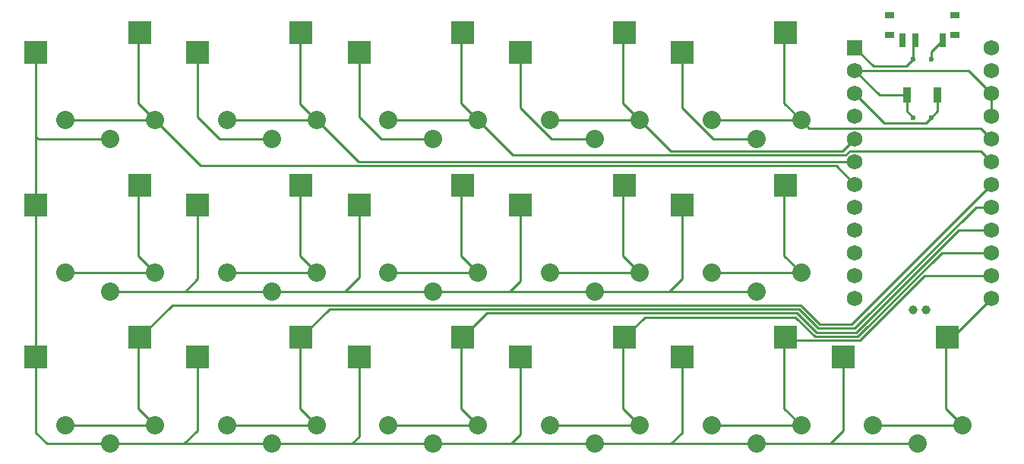
<source format=gbr>
%TF.GenerationSoftware,KiCad,Pcbnew,(6.0.7-1)-1*%
%TF.CreationDate,2022-10-23T13:42:43-07:00*%
%TF.ProjectId,card,63617264-2e6b-4696-9361-645f70636258,v1.0.0*%
%TF.SameCoordinates,Original*%
%TF.FileFunction,Copper,L1,Top*%
%TF.FilePolarity,Positive*%
%FSLAX46Y46*%
G04 Gerber Fmt 4.6, Leading zero omitted, Abs format (unit mm)*
G04 Created by KiCad (PCBNEW (6.0.7-1)-1) date 2022-10-23 13:42:43*
%MOMM*%
%LPD*%
G01*
G04 APERTURE LIST*
%TA.AperFunction,ComponentPad*%
%ADD10C,1.000000*%
%TD*%
%TA.AperFunction,SMDPad,CuDef*%
%ADD11R,1.000000X0.800000*%
%TD*%
%TA.AperFunction,SMDPad,CuDef*%
%ADD12R,0.700000X1.500000*%
%TD*%
%TA.AperFunction,ComponentPad*%
%ADD13C,2.032000*%
%TD*%
%TA.AperFunction,SMDPad,CuDef*%
%ADD14R,2.600000X2.600000*%
%TD*%
%TA.AperFunction,ComponentPad*%
%ADD15C,0.600000*%
%TD*%
%TA.AperFunction,SMDPad,CuDef*%
%ADD16R,0.900000X1.700000*%
%TD*%
%TA.AperFunction,ComponentPad*%
%ADD17R,1.752600X1.752600*%
%TD*%
%TA.AperFunction,ComponentPad*%
%ADD18C,1.752600*%
%TD*%
%TA.AperFunction,Conductor*%
%ADD19C,0.250000*%
%TD*%
G04 APERTURE END LIST*
D10*
%TO.P,,1*%
%TO.N,pos*%
X107450000Y9000000D03*
%TO.P,,2*%
%TO.N,GND*%
X108950000Y9000000D03*
%TD*%
D11*
%TO.P,,*%
%TO.N,*%
X112150000Y41930000D03*
X112150000Y39720000D03*
X104850000Y39720000D03*
X104850000Y41930000D03*
D12*
%TO.P,,1*%
%TO.N,pos*%
X110750000Y39070000D03*
%TO.P,,2*%
%TO.N,RAW*%
X107750000Y39070000D03*
%TO.P,,3*%
%TO.N,N/C*%
X106250000Y39070000D03*
%TD*%
D13*
%TO.P,S24,1*%
%TO.N,P21*%
X77000000Y30200000D03*
X67000000Y30200000D03*
%TO.P,S24,2*%
%TO.N,GND*%
X72000000Y28100000D03*
X72000000Y28100000D03*
%TD*%
D14*
%TO.P,S31,1*%
%TO.N,P9*%
X111275000Y5950000D03*
%TO.P,S31,2*%
%TO.N,GND*%
X99725000Y3750000D03*
%TD*%
D13*
%TO.P,S18,1*%
%TO.N,P3*%
X49000000Y30200000D03*
X59000000Y30200000D03*
%TO.P,S18,2*%
%TO.N,GND*%
X54000000Y28100000D03*
X54000000Y28100000D03*
%TD*%
%TO.P,S6,1*%
%TO.N,P19*%
X13000000Y30200000D03*
X23000000Y30200000D03*
%TO.P,S6,2*%
%TO.N,GND*%
X18000000Y28100000D03*
X18000000Y28100000D03*
%TD*%
D15*
%TO.P,REF\u002A\u002A,1*%
%TO.N,RAW*%
X107500000Y37000000D03*
%TD*%
D14*
%TO.P,S15,1*%
%TO.N,P14*%
X57275000Y22950000D03*
%TO.P,S15,2*%
%TO.N,GND*%
X45725000Y20750000D03*
%TD*%
D13*
%TO.P,S28,1*%
%TO.N,P18*%
X95000000Y13200000D03*
X85000000Y13200000D03*
%TO.P,S28,2*%
%TO.N,GND*%
X90000000Y11100000D03*
X90000000Y11100000D03*
%TD*%
%TO.P,S8,1*%
%TO.N,P5*%
X31000000Y-3800000D03*
X41000000Y-3800000D03*
%TO.P,S8,2*%
%TO.N,GND*%
X36000000Y-5900000D03*
X36000000Y-5900000D03*
%TD*%
D14*
%TO.P,S19,1*%
%TO.N,P7*%
X75275000Y5950000D03*
%TO.P,S19,2*%
%TO.N,GND*%
X63725000Y3750000D03*
%TD*%
%TO.P,S11,1*%
%TO.N,P20*%
X39275000Y39950000D03*
%TO.P,S11,2*%
%TO.N,GND*%
X27725000Y37750000D03*
%TD*%
%TO.P,S7,1*%
%TO.N,P5*%
X39275000Y5950000D03*
%TO.P,S7,2*%
%TO.N,GND*%
X27725000Y3750000D03*
%TD*%
D13*
%TO.P,S22,1*%
%TO.N,P15*%
X67000000Y13200000D03*
X77000000Y13200000D03*
%TO.P,S22,2*%
%TO.N,GND*%
X72000000Y11100000D03*
X72000000Y11100000D03*
%TD*%
D14*
%TO.P,S27,1*%
%TO.N,P18*%
X93275000Y22950000D03*
%TO.P,S27,2*%
%TO.N,GND*%
X81725000Y20750000D03*
%TD*%
%TO.P,S9,1*%
%TO.N,P16*%
X39275000Y22950000D03*
%TO.P,S9,2*%
%TO.N,GND*%
X27725000Y20750000D03*
%TD*%
D13*
%TO.P,S12,1*%
%TO.N,P20*%
X41000000Y30200000D03*
X31000000Y30200000D03*
%TO.P,S12,2*%
%TO.N,GND*%
X36000000Y28100000D03*
X36000000Y28100000D03*
%TD*%
D15*
%TO.P,REF\u002A\u002A,1*%
%TO.N,pos*%
X109500000Y37000000D03*
%TD*%
D16*
%TO.P,,1*%
%TO.N,RST*%
X110200000Y33000000D03*
%TO.P,,2*%
%TO.N,GND*%
X106800000Y33000000D03*
%TD*%
D14*
%TO.P,S17,1*%
%TO.N,P3*%
X57275000Y39950000D03*
%TO.P,S17,2*%
%TO.N,GND*%
X45725000Y37750000D03*
%TD*%
%TO.P,S21,1*%
%TO.N,P15*%
X75275000Y22950000D03*
%TO.P,S21,2*%
%TO.N,GND*%
X63725000Y20750000D03*
%TD*%
%TO.P,S25,1*%
%TO.N,P8*%
X93275000Y5950000D03*
%TO.P,S25,2*%
%TO.N,GND*%
X81725000Y3750000D03*
%TD*%
D13*
%TO.P,S26,1*%
%TO.N,P8*%
X85000000Y-3800000D03*
X95000000Y-3800000D03*
%TO.P,S26,2*%
%TO.N,GND*%
X90000000Y-5900000D03*
X90000000Y-5900000D03*
%TD*%
D14*
%TO.P,S3,1*%
%TO.N,P10*%
X21275000Y22950000D03*
%TO.P,S3,2*%
%TO.N,GND*%
X9725000Y20750000D03*
%TD*%
%TO.P,S5,1*%
%TO.N,P19*%
X21275000Y39950000D03*
%TO.P,S5,2*%
%TO.N,GND*%
X9725000Y37750000D03*
%TD*%
D13*
%TO.P,S2,1*%
%TO.N,P4*%
X23000000Y-3800000D03*
X13000000Y-3800000D03*
%TO.P,S2,2*%
%TO.N,GND*%
X18000000Y-5900000D03*
X18000000Y-5900000D03*
%TD*%
%TO.P,S16,1*%
%TO.N,P14*%
X49000000Y13200000D03*
X59000000Y13200000D03*
%TO.P,S16,2*%
%TO.N,GND*%
X54000000Y11100000D03*
X54000000Y11100000D03*
%TD*%
%TO.P,S30,1*%
%TO.N,P2*%
X85000000Y30200000D03*
X95000000Y30200000D03*
%TO.P,S30,2*%
%TO.N,GND*%
X90000000Y28100000D03*
X90000000Y28100000D03*
%TD*%
%TO.P,S14,1*%
%TO.N,P6*%
X59000000Y-3800000D03*
X49000000Y-3800000D03*
%TO.P,S14,2*%
%TO.N,GND*%
X54000000Y-5900000D03*
X54000000Y-5900000D03*
%TD*%
%TO.P,S4,1*%
%TO.N,P10*%
X23000000Y13200000D03*
X13000000Y13200000D03*
%TO.P,S4,2*%
%TO.N,GND*%
X18000000Y11100000D03*
X18000000Y11100000D03*
%TD*%
%TO.P,S32,1*%
%TO.N,P9*%
X103000000Y-3800000D03*
X113000000Y-3800000D03*
%TO.P,S32,2*%
%TO.N,GND*%
X108000000Y-5900000D03*
X108000000Y-5900000D03*
%TD*%
D15*
%TO.P,REF\u002A\u002A,1*%
%TO.N,GND*%
X107500000Y30500000D03*
%TD*%
D14*
%TO.P,S29,1*%
%TO.N,P2*%
X93275000Y39950000D03*
%TO.P,S29,2*%
%TO.N,GND*%
X81725000Y37750000D03*
%TD*%
%TO.P,S13,1*%
%TO.N,P6*%
X57275000Y5950000D03*
%TO.P,S13,2*%
%TO.N,GND*%
X45725000Y3750000D03*
%TD*%
%TO.P,S23,1*%
%TO.N,P21*%
X75275000Y39950000D03*
%TO.P,S23,2*%
%TO.N,GND*%
X63725000Y37750000D03*
%TD*%
D13*
%TO.P,S20,1*%
%TO.N,P7*%
X77000000Y-3800000D03*
X67000000Y-3800000D03*
%TO.P,S20,2*%
%TO.N,GND*%
X72000000Y-5900000D03*
X72000000Y-5900000D03*
%TD*%
D17*
%TO.P,MCU1,1*%
%TO.N,RAW*%
X100980000Y38270000D03*
D18*
%TO.P,MCU1,2*%
%TO.N,GND*%
X100980000Y35730000D03*
%TO.P,MCU1,3*%
%TO.N,RST*%
X100980000Y33190000D03*
%TO.P,MCU1,4*%
%TO.N,VCC*%
X100980000Y30650000D03*
%TO.P,MCU1,5*%
%TO.N,P21*%
X100980000Y28110000D03*
%TO.P,MCU1,6*%
%TO.N,P20*%
X100980000Y25570000D03*
%TO.P,MCU1,7*%
%TO.N,P19*%
X100980000Y23030000D03*
%TO.P,MCU1,8*%
%TO.N,P18*%
X100980000Y20490000D03*
%TO.P,MCU1,9*%
%TO.N,P15*%
X100980000Y17950000D03*
%TO.P,MCU1,10*%
%TO.N,P14*%
X100980000Y15410000D03*
%TO.P,MCU1,11*%
%TO.N,P16*%
X100980000Y12870000D03*
%TO.P,MCU1,12*%
%TO.N,P10*%
X100980000Y10330000D03*
%TO.P,MCU1,13*%
%TO.N,P1*%
X116220000Y38270000D03*
%TO.P,MCU1,14*%
%TO.N,P0*%
X116220000Y35730000D03*
%TO.P,MCU1,15*%
%TO.N,GND*%
X116220000Y33190000D03*
%TO.P,MCU1,16*%
X116220000Y30650000D03*
%TO.P,MCU1,17*%
%TO.N,P2*%
X116220000Y28110000D03*
%TO.P,MCU1,18*%
%TO.N,P3*%
X116220000Y25570000D03*
%TO.P,MCU1,19*%
%TO.N,P4*%
X116220000Y23030000D03*
%TO.P,MCU1,20*%
%TO.N,P5*%
X116220000Y20490000D03*
%TO.P,MCU1,21*%
%TO.N,P6*%
X116220000Y17950000D03*
%TO.P,MCU1,22*%
%TO.N,P7*%
X116220000Y15410000D03*
%TO.P,MCU1,23*%
%TO.N,P8*%
X116220000Y12870000D03*
%TO.P,MCU1,24*%
%TO.N,P9*%
X116220000Y10330000D03*
%TD*%
D15*
%TO.P,REF\u002A\u002A,1*%
%TO.N,RST*%
X109500000Y30500000D03*
%TD*%
D13*
%TO.P,S10,1*%
%TO.N,P16*%
X41000000Y13200000D03*
X31000000Y13200000D03*
%TO.P,S10,2*%
%TO.N,GND*%
X36000000Y11100000D03*
X36000000Y11100000D03*
%TD*%
D14*
%TO.P,S1,1*%
%TO.N,P4*%
X21275000Y5950000D03*
%TO.P,S1,2*%
%TO.N,GND*%
X9725000Y3750000D03*
%TD*%
D19*
%TO.N,RAW*%
X107500000Y37000000D02*
X106680000Y36180000D01*
X103070000Y36180000D02*
X100980000Y38270000D01*
X106680000Y36180000D02*
X103070000Y36180000D01*
%TO.N,GND*%
X116220000Y33190000D02*
X113680000Y35730000D01*
X113680000Y35730000D02*
X100980000Y35730000D01*
X116220000Y33190000D02*
X116220000Y30650000D01*
%TO.N,RAW*%
X107500000Y37000000D02*
X107500000Y38820000D01*
X107500000Y38820000D02*
X107750000Y39070000D01*
%TO.N,pos*%
X109500000Y37000000D02*
X109500000Y37820000D01*
X109500000Y37820000D02*
X110750000Y39070000D01*
%TO.N,P2*%
X95000000Y30200000D02*
X95888700Y29311300D01*
X95888700Y29311300D02*
X115018700Y29311300D01*
X115018700Y29311300D02*
X116220000Y28110000D01*
%TO.N,RST*%
X109500000Y30500000D02*
X108875000Y29875000D01*
X108875000Y29875000D02*
X104295000Y29875000D01*
X104295000Y29875000D02*
X100980000Y33190000D01*
%TO.N,GND*%
X106800000Y33000000D02*
X103710000Y33000000D01*
X103710000Y33000000D02*
X100980000Y35730000D01*
%TO.N,RST*%
X110200000Y33000000D02*
X110200000Y31200000D01*
X110200000Y31200000D02*
X109500000Y30500000D01*
%TO.N,GND*%
X106800000Y33000000D02*
X106800000Y31200000D01*
X106800000Y31200000D02*
X107500000Y30500000D01*
X27725000Y37750000D02*
X27725000Y30561718D01*
X30186718Y28100000D02*
X36000000Y28100000D01*
X27725000Y30561718D02*
X30186718Y28100000D01*
X45725000Y37750000D02*
X45725000Y30561718D01*
X45725000Y30561718D02*
X48186718Y28100000D01*
X48186718Y28100000D02*
X54000000Y28100000D01*
X63725000Y37750000D02*
X63725000Y31578539D01*
X67203539Y28100000D02*
X72000000Y28100000D01*
X63725000Y31578539D02*
X67203539Y28100000D01*
X81725000Y37750000D02*
X81725000Y31578539D01*
X81725000Y31578539D02*
X85203539Y28100000D01*
X85203539Y28100000D02*
X90000000Y28100000D01*
%TO.N,P19*%
X100980000Y23030000D02*
X98890000Y25120000D01*
X98890000Y25120000D02*
X28080000Y25120000D01*
X28080000Y25120000D02*
X23000000Y30200000D01*
%TO.N,P20*%
X100980000Y25570000D02*
X45630000Y25570000D01*
X45630000Y25570000D02*
X41000000Y30200000D01*
%TO.N,P3*%
X116220000Y25570000D02*
X115018700Y26771300D01*
X115018700Y26771300D02*
X100431300Y26771300D01*
X100431300Y26771300D02*
X99969000Y26309000D01*
X99969000Y26309000D02*
X62891000Y26309000D01*
X62891000Y26309000D02*
X59000000Y30200000D01*
%TO.N,P21*%
X100980000Y28110000D02*
X99629000Y26759000D01*
X80441000Y26759000D02*
X77000000Y30200000D01*
X99629000Y26759000D02*
X80441000Y26759000D01*
%TO.N,GND*%
X27000000Y11100000D02*
X26340000Y11100000D01*
X27725000Y20750000D02*
X27725000Y12485000D01*
X26340000Y11100000D02*
X18000000Y11100000D01*
X27725000Y12485000D02*
X26340000Y11100000D01*
X90000000Y11100000D02*
X80340000Y11100000D01*
X80340000Y11100000D02*
X72000000Y11100000D01*
X81725000Y20750000D02*
X81725000Y12485000D01*
X81725000Y12485000D02*
X80340000Y11100000D01*
X72000000Y11100000D02*
X62560000Y11100000D01*
X62560000Y11100000D02*
X54000000Y11100000D01*
X63725000Y20750000D02*
X63725000Y12265000D01*
X63725000Y12265000D02*
X62560000Y11100000D01*
X54000000Y11100000D02*
X44120000Y11100000D01*
X44120000Y11100000D02*
X36000000Y11100000D01*
X45725000Y20750000D02*
X45725000Y12705000D01*
X45725000Y12705000D02*
X44120000Y11100000D01*
X36000000Y11100000D02*
X27000000Y11100000D01*
X36000000Y-5900000D02*
X26220000Y-5900000D01*
X26220000Y-5900000D02*
X18000000Y-5900000D01*
X27725000Y3750000D02*
X27725000Y-4395000D01*
X27725000Y-4395000D02*
X26220000Y-5900000D01*
X108000000Y-5900000D02*
X98240000Y-5900000D01*
X98240000Y-5900000D02*
X90000000Y-5900000D01*
X99725000Y3750000D02*
X99725000Y-4415000D01*
X99725000Y-4415000D02*
X98240000Y-5900000D01*
X90000000Y-5900000D02*
X80460000Y-5900000D01*
X80460000Y-5900000D02*
X72000000Y-5900000D01*
X81725000Y-4635000D02*
X80460000Y-5900000D01*
X81725000Y3750000D02*
X81725000Y-4635000D01*
X54000000Y-5900000D02*
X44900000Y-5900000D01*
X45725000Y-5075000D02*
X44900000Y-5900000D01*
X44900000Y-5900000D02*
X36000000Y-5900000D01*
X45725000Y3750000D02*
X45725000Y-5075000D01*
X72000000Y-5900000D02*
X62680000Y-5900000D01*
X63725000Y-4855000D02*
X62680000Y-5900000D01*
X62680000Y-5900000D02*
X54000000Y-5900000D01*
X63725000Y3750000D02*
X63725000Y-4855000D01*
%TO.N,P4*%
X116220000Y23030000D02*
X100615001Y7425001D01*
X100615001Y7425001D02*
X97079188Y7425001D01*
X97079188Y7425001D02*
X94925489Y9578700D01*
X94925489Y9578700D02*
X24903700Y9578700D01*
X24903700Y9578700D02*
X21275000Y5950000D01*
%TO.N,P5*%
X116220000Y20490000D02*
X114470000Y20490000D01*
X114470000Y20490000D02*
X100955001Y6975001D01*
X100955001Y6975001D02*
X96892792Y6975001D01*
X94739093Y9128700D02*
X42453700Y9128700D01*
X96892792Y6975001D02*
X94739093Y9128700D01*
X42453700Y9128700D02*
X39275000Y5950000D01*
%TO.N,P6*%
X116220000Y17950000D02*
X112566396Y17950000D01*
X112566396Y17950000D02*
X101141397Y6525001D01*
X101141397Y6525001D02*
X96706396Y6525001D01*
X96706396Y6525001D02*
X94552697Y8678700D01*
X94552697Y8678700D02*
X60003700Y8678700D01*
X60003700Y8678700D02*
X57275000Y5950000D01*
%TO.N,P7*%
X75275000Y5950000D02*
X77553700Y8228700D01*
X94366301Y8228700D02*
X96520000Y6075001D01*
X110662792Y15410000D02*
X116220000Y15410000D01*
X77553700Y8228700D02*
X94366301Y8228700D01*
X96520000Y6075001D02*
X101327793Y6075001D01*
X101327793Y6075001D02*
X110662792Y15410000D01*
%TO.N,P8*%
X116220000Y12870000D02*
X108759188Y12870000D01*
X108759188Y12870000D02*
X101514189Y5625001D01*
X101514189Y5625001D02*
X93599999Y5625001D01*
X93599999Y5625001D02*
X93275000Y5950000D01*
%TO.N,GND*%
X9725000Y3750000D02*
X9725000Y20750000D01*
X9725000Y20750000D02*
X9725000Y28375000D01*
X9725000Y28375000D02*
X9725000Y37750000D01*
X18000000Y28100000D02*
X10000000Y28100000D01*
X10000000Y28100000D02*
X9725000Y28375000D01*
%TO.N,P19*%
X23000000Y30200000D02*
X13000000Y30200000D01*
%TO.N,P20*%
X41000000Y30200000D02*
X31000000Y30200000D01*
%TO.N,P3*%
X59000000Y30200000D02*
X49000000Y30200000D01*
%TO.N,P21*%
X77000000Y30200000D02*
X67000000Y30200000D01*
%TO.N,P2*%
X95000000Y30200000D02*
X85000000Y30200000D01*
%TO.N,P18*%
X95000000Y13200000D02*
X85000000Y13200000D01*
%TO.N,P15*%
X77000000Y13200000D02*
X67000000Y13200000D01*
%TO.N,P14*%
X59000000Y13200000D02*
X49000000Y13200000D01*
%TO.N,P16*%
X41000000Y13200000D02*
X31000000Y13200000D01*
%TO.N,P10*%
X23000000Y13200000D02*
X13000000Y13200000D01*
%TO.N,P4*%
X23000000Y-3800000D02*
X13000000Y-3800000D01*
%TO.N,P5*%
X41000000Y-3800000D02*
X31000000Y-3800000D01*
%TO.N,P6*%
X59000000Y-3800000D02*
X49000000Y-3800000D01*
%TO.N,P7*%
X77000000Y-3800000D02*
X67000000Y-3800000D01*
%TO.N,P8*%
X95000000Y-3800000D02*
X85000000Y-3800000D01*
%TO.N,P9*%
X113000000Y-3800000D02*
X103000000Y-3800000D01*
%TO.N,P2*%
X95000000Y30200000D02*
X93124999Y32075001D01*
X93124999Y32075001D02*
X93124999Y39799999D01*
X93124999Y39799999D02*
X93275000Y39950000D01*
%TO.N,P21*%
X77000000Y30200000D02*
X75124999Y32075001D01*
X75124999Y32075001D02*
X75124999Y39799999D01*
X75124999Y39799999D02*
X75275000Y39950000D01*
%TO.N,P3*%
X57275000Y39950000D02*
X57124999Y39799999D01*
X57124999Y39799999D02*
X57124999Y32075001D01*
X57124999Y32075001D02*
X59000000Y30200000D01*
%TO.N,P20*%
X39275000Y39950000D02*
X39124999Y39799999D01*
X39124999Y39799999D02*
X39124999Y31995001D01*
X39124999Y31995001D02*
X40920000Y30200000D01*
X40920000Y30200000D02*
X41000000Y30200000D01*
%TO.N,P19*%
X23000000Y30200000D02*
X21124999Y32075001D01*
X21124999Y32075001D02*
X21124999Y39799999D01*
X21124999Y39799999D02*
X21275000Y39950000D01*
%TO.N,P10*%
X21275000Y22950000D02*
X21124999Y22799999D01*
X21124999Y15075001D02*
X23000000Y13200000D01*
X21124999Y22799999D02*
X21124999Y15075001D01*
%TO.N,P16*%
X39275000Y22950000D02*
X39124999Y22799999D01*
X39124999Y22799999D02*
X39124999Y15075001D01*
X39124999Y15075001D02*
X41000000Y13200000D01*
%TO.N,P14*%
X59000000Y13200000D02*
X57124999Y15075001D01*
X57124999Y15075001D02*
X57124999Y22799999D01*
X57124999Y22799999D02*
X57275000Y22950000D01*
%TO.N,P15*%
X75275000Y22950000D02*
X75124999Y22799999D01*
X75124999Y22799999D02*
X75124999Y15075001D01*
X75124999Y15075001D02*
X77000000Y13200000D01*
%TO.N,P18*%
X93275000Y22950000D02*
X93124999Y23100001D01*
X93124999Y23100001D02*
X93124999Y15075001D01*
X93124999Y15075001D02*
X95000000Y13200000D01*
%TO.N,P9*%
X111275000Y5950000D02*
X111840000Y5950000D01*
X111840000Y5950000D02*
X116220000Y10330000D01*
%TO.N,P4*%
X21275000Y5950000D02*
X21124999Y6100001D01*
X21124999Y6100001D02*
X21124999Y-1924999D01*
X21124999Y-1924999D02*
X23000000Y-3800000D01*
%TO.N,P9*%
X113000000Y-3800000D02*
X111124999Y-1924999D01*
X111124999Y-1924999D02*
X111124999Y5080000D01*
%TO.N,P8*%
X95000000Y-3800000D02*
X93124999Y-1924999D01*
X93124999Y-1924999D02*
X93124999Y5080000D01*
%TO.N,P7*%
X75275000Y5950000D02*
X75124999Y6100001D01*
X75124999Y6100001D02*
X75124999Y-1924999D01*
X75124999Y-1924999D02*
X77000000Y-3800000D01*
%TO.N,P6*%
X57275000Y5950000D02*
X57124999Y6100001D01*
X57124999Y6100001D02*
X57124999Y-1924999D01*
X57124999Y-1924999D02*
X59000000Y-3800000D01*
%TO.N,P5*%
X39275000Y5950000D02*
X39124999Y6100001D01*
X39124999Y6100001D02*
X39124999Y-1924999D01*
X39124999Y-1924999D02*
X41000000Y-3800000D01*
%TO.N,GND*%
X10980000Y-5900000D02*
X9725000Y-4645000D01*
X18000000Y-5900000D02*
X10980000Y-5900000D01*
X9725000Y-4645000D02*
X9725000Y3750000D01*
%TD*%
M02*

</source>
